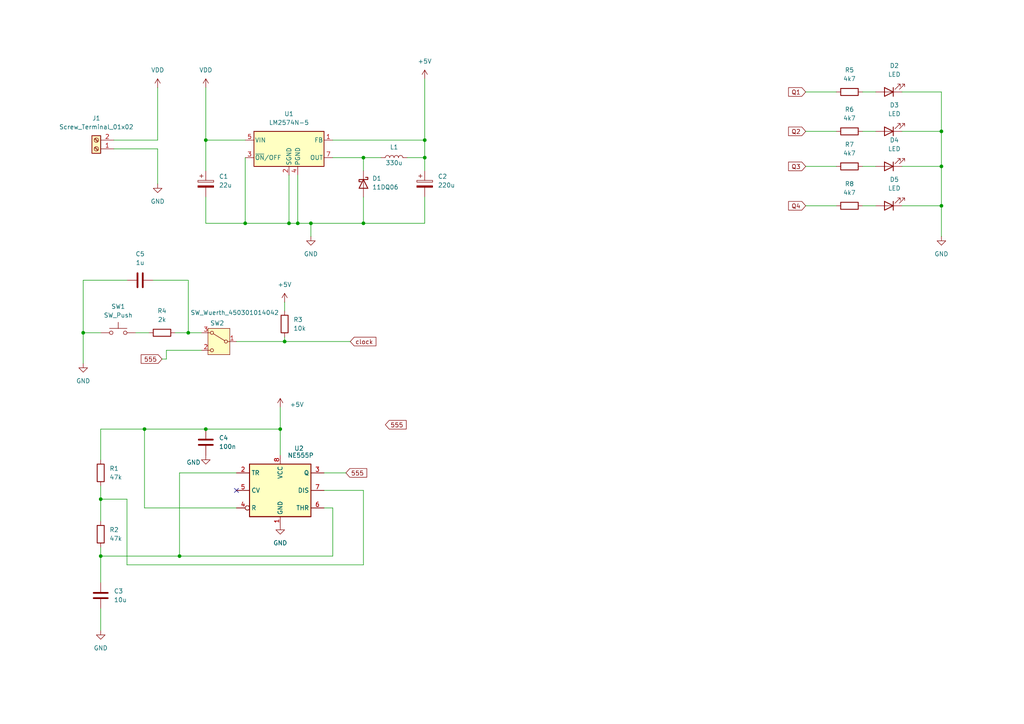
<source format=kicad_sch>
(kicad_sch (version 20250114) (generator "eeschema") (generator_version "9.0")
  (paper "A4")
  (lib_symbols
    (symbol "Connector:Screw_Terminal_01x02" (pin_names (offset 1.016) (hide yes))
      (property "Reference" "J" (at 0 2.54 0))
      (property "Value" "Screw_Terminal_01x02" (at 0 -5.08 0))
      (symbol "Screw_Terminal_01x02_1_1"
        (rectangle (start -1.27 1.27) (end 1.27 -3.81) (stroke (width 0.254)) (fill (type background)))
        (polyline (pts (xy -0.5334 0.3302) (xy 0.3302 -0.508)) (stroke (width 0.1524)))
        (polyline (pts (xy -0.5334 -2.2098) (xy 0.3302 -3.048)) (stroke (width 0.1524)))
        (polyline (pts (xy -0.3556 0.508) (xy 0.508 -0.3302)) (stroke (width 0.1524)))
        (polyline (pts (xy -0.3556 -2.032) (xy 0.508 -2.8702)) (stroke (width 0.1524)))
        (circle (center 0 0) (radius 0.635) (stroke (width 0.1524)))
        (circle (center 0 -2.54) (radius 0.635) (stroke (width 0.1524)))
        (pin passive line (at -5.08 0 0) (length 3.81) (name "Pin_1") (number "1"))
        (pin passive line (at -5.08 -2.54 0) (length 3.81) (name "Pin_2") (number "2"))
      )
    )
    (symbol "Device:C" (pin_numbers (hide yes)) (pin_names (offset 0.254))
      (property "Reference" "C" (at 0.635 2.54 0))
      (property "Value" "C" (at 0.635 -2.54 0))
      (symbol "C_0_1"
        (polyline (pts (xy -2.032 0.762) (xy 2.032 0.762)) (stroke (width 0.508)))
        (polyline (pts (xy -2.032 -0.762) (xy 2.032 -0.762)) (stroke (width 0.508)))
      )
      (symbol "C_1_1"
        (pin passive line (at 0 3.81 270) (length 2.794) (name "~") (number "1"))
        (pin passive line (at 0 -3.81 90) (length 2.794) (name "~") (number "2"))
      )
    )
    (symbol "Device:C_Polarized" (pin_numbers (hide yes)) (pin_names (offset 0.254))
      (property "Reference" "C" (at 0.635 2.54 0))
      (property "Value" "C_Polarized" (at 0.635 -2.54 0))
      (symbol "C_Polarized_0_1"
        (rectangle (start -2.286 0.508) (end 2.286 1.016))
        (polyline (pts (xy -1.778 2.286) (xy -0.762 2.286)))
        (polyline (pts (xy -1.27 2.794) (xy -1.27 1.778)))
        (rectangle (start 2.286 -0.508) (end -2.286 -1.016) (fill (type outline)))
      )
      (symbol "C_Polarized_1_1"
        (pin passive line (at 0 3.81 270) (length 2.794) (name "~") (number "1"))
        (pin passive line (at 0 -3.81 90) (length 2.794) (name "~") (number "2"))
      )
    )
    (symbol "Device:D_Schottky" (pin_numbers (hide yes)) (pin_names (offset 1.016) (hide yes))
      (property "Reference" "D" (at 0 2.54 0))
      (property "Value" "D_Schottky" (at 0 -2.54 0))
      (symbol "D_Schottky_0_1"
        (polyline (pts (xy -1.905 0.635) (xy -1.905 1.27) (xy -1.27 1.27) (xy -1.27 -1.27) (xy -0.635 -1.27) (xy -0.635 -0.635)) (stroke (width 0.254)))
        (polyline (pts (xy 1.27 1.27) (xy 1.27 -1.27) (xy -1.27 0) (xy 1.27 1.27)) (stroke (width 0.254)))
        (polyline (pts (xy 1.27 0) (xy -1.27 0)))
      )
      (symbol "D_Schottky_1_1"
        (pin passive line (at -3.81 0 0) (length 2.54) (name "K") (number "1"))
        (pin passive line (at 3.81 0 180) (length 2.54) (name "A") (number "2"))
      )
    )
    (symbol "Device:L" (pin_numbers (hide yes)) (pin_names (offset 1.016) (hide yes))
      (property "Reference" "L" (at -1.27 0 90))
      (property "Value" "L" (at 1.905 0 90))
      (symbol "L_0_1"
        (arc (start 0 2.54) (mid 0.6323 1.905) (end 0 1.27))
        (arc (start 0 1.27) (mid 0.6323 0.635) (end 0 0))
        (arc (start 0 0) (mid 0.6323 -0.635) (end 0 -1.27))
        (arc (start 0 -1.27) (mid 0.6323 -1.905) (end 0 -2.54))
      )
      (symbol "L_1_1"
        (pin passive line (at 0 3.81 270) (length 1.27) (name "1") (number "1"))
        (pin passive line (at 0 -3.81 90) (length 1.27) (name "2") (number "2"))
      )
    )
    (symbol "Device:LED" (pin_numbers (hide yes)) (pin_names (offset 1.016) (hide yes))
      (property "Reference" "D" (at 0 2.54 0))
      (property "Value" "LED" (at 0 -2.54 0))
      (symbol "LED_0_1"
        (polyline (pts (xy -3.048 -0.762) (xy -4.572 -2.286) (xy -3.81 -2.286) (xy -4.572 -2.286) (xy -4.572 -1.524)))
        (polyline (pts (xy -1.778 -0.762) (xy -3.302 -2.286) (xy -2.54 -2.286) (xy -3.302 -2.286) (xy -3.302 -1.524)))
        (polyline (pts (xy -1.27 0) (xy 1.27 0)))
        (polyline (pts (xy -1.27 -1.27) (xy -1.27 1.27)) (stroke (width 0.254)))
        (polyline (pts (xy 1.27 -1.27) (xy 1.27 1.27) (xy -1.27 0) (xy 1.27 -1.27)) (stroke (width 0.254)))
      )
      (symbol "LED_1_1"
        (pin passive line (at -3.81 0 0) (length 2.54) (name "K") (number "1"))
        (pin passive line (at 3.81 0 180) (length 2.54) (name "A") (number "2"))
      )
    )
    (symbol "Device:R" (pin_numbers (hide yes)) (pin_names (offset 0))
      (property "Reference" "R" (at 2.032 0 90))
      (property "Value" "R" (at 0 0 90))
      (symbol "R_0_1"
        (rectangle (start -1.016 -2.54) (end 1.016 2.54) (stroke (width 0.254)))
      )
      (symbol "R_1_1"
        (pin passive line (at 0 3.81 270) (length 1.27) (name "~") (number "1"))
        (pin passive line (at 0 -3.81 90) (length 1.27) (name "~") (number "2"))
      )
    )
    (symbol "Regulator_Switching:LM2574N-5" (pin_names (offset 0.254))
      (property "Reference" "U" (at -10.16 6.35 0))
      (property "Value" "LM2574N-5" (at 0 6.35 0))
      (symbol "LM2574N-5_0_1"
        (rectangle (start -10.16 5.08) (end 10.16 -5.08) (stroke (width 0.254)) (fill (type background)))
      )
      (symbol "LM2574N-5_1_1"
        (pin power_in line (at -12.7 2.54 0) (length 2.54) (name "VIN") (number "5"))
        (pin input line (at -12.7 -2.54 0) (length 2.54) (name "~{ON}/OFF") (number "3"))
        (pin no_connect line (at -10.16 0 0) (length 2.54) (hide yes) (name "NC") (number "6"))
        (pin power_in line (at 0 -7.62 90) (length 2.54) (name "SGND") (number "2"))
        (pin power_in line (at 2.54 -7.62 90) (length 2.54) (name "PGND") (number "4"))
        (pin no_connect line (at 10.16 0 180) (length 2.54) (hide yes) (name "NC") (number "8"))
        (pin input line (at 12.7 2.54 180) (length 2.54) (name "FB") (number "1"))
        (pin output line (at 12.7 -2.54 180) (length 2.54) (name "OUT") (number "7"))
      )
    )
    (symbol "Switch:SW_Push" (pin_numbers (hide yes)) (pin_names (offset 1.016) (hide yes))
      (property "Reference" "SW" (at 1.27 2.54 0))
      (property "Value" "SW_Push" (at 0 -1.524 0))
      (symbol "SW_Push_0_1"
        (circle (center -2.032 0) (radius 0.508))
        (polyline (pts (xy 0 1.27) (xy 0 3.048)))
        (circle (center 2.032 0) (radius 0.508))
        (polyline (pts (xy 2.54 1.27) (xy -2.54 1.27)))
        (pin passive line (at -5.08 0 0) (length 2.54) (name "1") (number "1"))
        (pin passive line (at 5.08 0 180) (length 2.54) (name "2") (number "2"))
      )
    )
    (symbol "Switch:SW_Wuerth_450301014042" (pin_names (offset 1) (hide yes))
      (property "Reference" "SW" (at 0 5.08 0))
      (property "Value" "SW_Wuerth_450301014042" (at 0 -5.08 0))
      (symbol "SW_Wuerth_450301014042_0_1"
        (circle (center -2.032 0) (radius 0.4572))
        (polyline (pts (xy -1.651 0.254) (xy 1.651 2.286)))
        (circle (center 2.032 2.54) (radius 0.4572))
        (circle (center 2.032 -2.54) (radius 0.4572))
      )
      (symbol "SW_Wuerth_450301014042_1_1"
        (rectangle (start -3.175 3.81) (end 3.175 -3.81) (fill (type background)))
        (pin passive line (at -5.08 0 0) (length 2.54) (name "B") (number "1"))
        (pin passive line (at 5.08 2.54 180) (length 2.54) (name "A") (number "3"))
        (pin passive line (at 5.08 -2.54 180) (length 2.54) (name "C") (number "2"))
      )
    )
    (symbol "Timer:NE555P"
      (property "Reference" "U" (at -10.16 8.89 0))
      (property "Value" "NE555P" (at 2.54 8.89 0))
      (symbol "NE555P_0_0"
        (pin power_in line (at 0 10.16 270) (length 2.54) (name "VCC") (number "8"))
        (pin power_in line (at 0 -10.16 90) (length 2.54) (name "GND") (number "1"))
      )
      (symbol "NE555P_0_1"
        (rectangle (start -8.89 -7.62) (end 8.89 7.62) (stroke (width 0.254)) (fill (type background)))
        (rectangle (start -8.89 -7.62) (end 8.89 7.62) (stroke (width 0.254)) (fill (type background)))
      )
      (symbol "NE555P_1_1"
        (pin input line (at -12.7 5.08 0) (length 3.81) (name "TR") (number "2"))
        (pin input line (at -12.7 0 0) (length 3.81) (name "CV") (number "5"))
        (pin input inverted (at -12.7 -5.08 0) (length 3.81) (name "R") (number "4"))
        (pin output line (at 12.7 5.08 180) (length 3.81) (name "Q") (number "3"))
        (pin input line (at 12.7 0 180) (length 3.81) (name "DIS") (number "7"))
        (pin input line (at 12.7 -5.08 180) (length 3.81) (name "THR") (number "6"))
      )
    )
    (symbol "power:+5V" (power) (pin_numbers (hide yes)) (pin_names (offset 0) (hide yes))
      (property "Value" "+5V" (at 0 3.556 0))
      (symbol "+5V_0_1"
        (polyline (pts (xy -0.762 1.27) (xy 0 2.54)))
        (polyline (pts (xy 0 2.54) (xy 0.762 1.27)))
        (polyline (pts (xy 0 0) (xy 0 2.54)))
      )
      (symbol "+5V_1_1"
        (pin power_in line (at 0 0 90) (length 0) (name "~") (number "1"))
      )
    )
    (symbol "power:GND" (power) (pin_numbers (hide yes)) (pin_names (offset 0) (hide yes))
      (property "Value" "GND" (at 0 -3.81 0))
      (symbol "GND_0_1"
        (polyline (pts (xy 0 0) (xy 0 -1.27) (xy 1.27 -1.27) (xy 0 -2.54) (xy -1.27 -1.27) (xy 0 -1.27)))
      )
      (symbol "GND_1_1"
        (pin power_in line (at 0 0 270) (length 0) (name "~") (number "1"))
      )
    )
    (symbol "power:VDD" (power) (pin_numbers (hide yes)) (pin_names (offset 0) (hide yes))
      (property "Value" "VDD" (at 0 3.556 0))
      (symbol "VDD_0_1"
        (polyline (pts (xy -0.762 1.27) (xy 0 2.54)))
        (polyline (pts (xy 0 2.54) (xy 0.762 1.27)))
        (polyline (pts (xy 0 0) (xy 0 2.54)))
      )
      (symbol "VDD_1_1"
        (pin power_in line (at 0 0 90) (length 0) (name "~") (number "1"))
      )
    )
  )
  (junction (at 105.41 64.77))
  (junction (at 29.21 161.29))
  (junction (at 41.91 124.46))
  (junction (at 86.36 64.77))
  (junction (at 24.13 96.52))
  (junction (at 83.82 64.77))
  (junction (at 59.69 40.64))
  (junction (at 54.61 96.52))
  (junction (at 59.69 124.46))
  (junction (at 52.07 161.29))
  (junction (at 29.21 144.78))
  (junction (at 123.19 40.64))
  (junction (at 273.05 59.69))
  (junction (at 105.41 45.72))
  (junction (at 71.12 64.77))
  (junction (at 123.19 45.72))
  (junction (at 273.05 48.26))
  (junction (at 81.28 124.46))
  (junction (at 273.05 38.1))
  (junction (at 90.17 64.77))
  (junction (at 82.55 99.06))
  (no_connect (at 68.58 142.24))
  (wire (pts (xy 59.69 64.77) (xy 59.69 57.15)))
  (wire (pts (xy 29.21 176.53) (xy 29.21 182.88)))
  (wire (pts (xy 93.98 147.32) (xy 96.52 147.32)))
  (wire (pts (xy 123.19 40.64) (xy 123.19 45.72)))
  (wire (pts (xy 33.02 40.64) (xy 45.72 40.64)))
  (wire (pts (xy 96.52 40.64) (xy 123.19 40.64)))
  (wire (pts (xy 59.69 64.77) (xy 71.12 64.77)))
  (wire (pts (xy 233.68 48.26) (xy 242.57 48.26)))
  (wire (pts (xy 33.02 43.18) (xy 45.72 43.18)))
  (wire (pts (xy 36.83 163.83) (xy 36.83 144.78)))
  (wire (pts (xy 54.61 96.52) (xy 58.42 96.52)))
  (wire (pts (xy 54.61 81.28) (xy 54.61 96.52)))
  (wire (pts (xy 71.12 45.72) (xy 71.12 64.77)))
  (wire (pts (xy 82.55 87.63) (xy 82.55 90.17)))
  (wire (pts (xy 44.45 81.28) (xy 54.61 81.28)))
  (wire (pts (xy 41.91 147.32) (xy 41.91 124.46)))
  (wire (pts (xy 29.21 124.46) (xy 41.91 124.46)))
  (wire (pts (xy 123.19 64.77) (xy 105.41 64.77)))
  (wire (pts (xy 86.36 64.77) (xy 90.17 64.77)))
  (wire (pts (xy 59.69 124.46) (xy 81.28 124.46)))
  (wire (pts (xy 118.11 45.72) (xy 123.19 45.72)))
  (wire (pts (xy 52.07 137.16) (xy 52.07 161.29)))
  (wire (pts (xy 90.17 68.58) (xy 90.17 64.77)))
  (wire (pts (xy 96.52 45.72) (xy 105.41 45.72)))
  (wire (pts (xy 250.19 59.69) (xy 254 59.69)))
  (wire (pts (xy 233.68 59.69) (xy 242.57 59.69)))
  (wire (pts (xy 105.41 142.24) (xy 105.41 163.83)))
  (wire (pts (xy 250.19 26.67) (xy 254 26.67)))
  (wire (pts (xy 24.13 96.52) (xy 29.21 96.52)))
  (wire (pts (xy 273.05 26.67) (xy 273.05 38.1)))
  (wire (pts (xy 123.19 45.72) (xy 123.19 49.53)))
  (wire (pts (xy 39.37 96.52) (xy 43.18 96.52)))
  (wire (pts (xy 29.21 144.78) (xy 29.21 151.13)))
  (wire (pts (xy 93.98 137.16) (xy 100.33 137.16)))
  (wire (pts (xy 29.21 161.29) (xy 29.21 168.91)))
  (wire (pts (xy 46.99 104.14) (xy 48.26 104.14)))
  (wire (pts (xy 82.55 99.06) (xy 101.6 99.06)))
  (wire (pts (xy 81.28 118.11) (xy 81.28 124.46)))
  (wire (pts (xy 59.69 40.64) (xy 71.12 40.64)))
  (wire (pts (xy 261.62 59.69) (xy 273.05 59.69)))
  (wire (pts (xy 82.55 97.79) (xy 82.55 99.06)))
  (wire (pts (xy 83.82 50.8) (xy 83.82 64.77)))
  (wire (pts (xy 105.41 163.83) (xy 36.83 163.83)))
  (wire (pts (xy 41.91 124.46) (xy 59.69 124.46)))
  (wire (pts (xy 123.19 22.86) (xy 123.19 40.64)))
  (wire (pts (xy 36.83 144.78) (xy 29.21 144.78)))
  (wire (pts (xy 250.19 38.1) (xy 254 38.1)))
  (wire (pts (xy 123.19 57.15) (xy 123.19 64.77)))
  (wire (pts (xy 29.21 133.35) (xy 29.21 124.46)))
  (wire (pts (xy 59.69 25.4) (xy 59.69 40.64)))
  (wire (pts (xy 261.62 48.26) (xy 273.05 48.26)))
  (wire (pts (xy 273.05 59.69) (xy 273.05 68.58)))
  (wire (pts (xy 81.28 124.46) (xy 81.28 132.08)))
  (wire (pts (xy 45.72 43.18) (xy 45.72 53.34)))
  (wire (pts (xy 96.52 161.29) (xy 52.07 161.29)))
  (wire (pts (xy 71.12 64.77) (xy 83.82 64.77)))
  (wire (pts (xy 96.52 147.32) (xy 96.52 161.29)))
  (wire (pts (xy 29.21 158.75) (xy 29.21 161.29)))
  (wire (pts (xy 50.8 96.52) (xy 54.61 96.52)))
  (wire (pts (xy 105.41 45.72) (xy 110.49 45.72)))
  (wire (pts (xy 90.17 64.77) (xy 105.41 64.77)))
  (wire (pts (xy 68.58 99.06) (xy 82.55 99.06)))
  (wire (pts (xy 68.58 147.32) (xy 41.91 147.32)))
  (wire (pts (xy 29.21 140.97) (xy 29.21 144.78)))
  (wire (pts (xy 48.26 104.14) (xy 48.26 101.6)))
  (wire (pts (xy 273.05 38.1) (xy 273.05 48.26)))
  (wire (pts (xy 261.62 38.1) (xy 273.05 38.1)))
  (wire (pts (xy 59.69 40.64) (xy 59.69 49.53)))
  (wire (pts (xy 52.07 161.29) (xy 29.21 161.29)))
  (wire (pts (xy 45.72 40.64) (xy 45.72 25.4)))
  (wire (pts (xy 273.05 48.26) (xy 273.05 59.69)))
  (wire (pts (xy 105.41 45.72) (xy 105.41 49.53)))
  (wire (pts (xy 68.58 137.16) (xy 52.07 137.16)))
  (wire (pts (xy 24.13 81.28) (xy 24.13 96.52)))
  (wire (pts (xy 24.13 96.52) (xy 24.13 105.41)))
  (wire (pts (xy 48.26 101.6) (xy 58.42 101.6)))
  (wire (pts (xy 105.41 57.15) (xy 105.41 64.77)))
  (wire (pts (xy 93.98 142.24) (xy 105.41 142.24)))
  (wire (pts (xy 86.36 50.8) (xy 86.36 64.77)))
  (wire (pts (xy 83.82 64.77) (xy 86.36 64.77)))
  (wire (pts (xy 261.62 26.67) (xy 273.05 26.67)))
  (wire (pts (xy 250.19 48.26) (xy 254 48.26)))
  (wire (pts (xy 233.68 38.1) (xy 242.57 38.1)))
  (wire (pts (xy 36.83 81.28) (xy 24.13 81.28)))
  (wire (pts (xy 233.68 26.67) (xy 242.57 26.67)))
  (global_label "555" (shape input) (at 46.99 104.14 180) (property "Intersheetrefs" "${INTERSHEET_REFS}" (effects (hide yes))))
  (global_label "Q4" (shape input) (at 233.68 59.69 180) (property "Intersheetrefs" "${INTERSHEET_REFS}" (effects (hide yes))))
  (global_label "Q1" (shape input) (at 233.68 26.67 180) (property "Intersheetrefs" "${INTERSHEET_REFS}" (effects (hide yes))))
  (global_label "Q3" (shape input) (at 233.68 48.26 180) (property "Intersheetrefs" "${INTERSHEET_REFS}" (effects (hide yes))))
  (global_label "Q2" (shape input) (at 233.68 38.1 180) (property "Intersheetrefs" "${INTERSHEET_REFS}" (effects (hide yes))))
  (global_label "555" (shape input) (at 111.76 123.19 0) (property "Intersheetrefs" "${INTERSHEET_REFS}" (effects (hide yes))))
  (global_label "555" (shape input) (at 100.33 137.16 0) (property "Intersheetrefs" "${INTERSHEET_REFS}" (effects (hide yes))))
  (global_label "clock" (shape input) (at 101.6 99.06 0) (property "Intersheetrefs" "${INTERSHEET_REFS}" (effects (hide yes))))
  (symbol (lib_id "power:GND") (at 59.69 132.08 0) (unit 1)
    (property "Reference" "#PWR08" (effects (hide yes)))
    (property "Value" "GND" (at 56.134 134.112 0))
    (property "Description" "Power symbol creates a global label with name \"GND\" , ground" (effects (hide yes)))
  )
  (symbol (lib_id "Timer:NE555P") (at 81.28 142.24 0) (unit 1)
    (property "Reference" "U2" (at 85.344 130.048 0) (effects (justify left)))
    (property "Value" "NE555P" (at 83.4233 132.08 0) (effects (justify left)))
    (property "Footprint" "Package_DIP:DIP-8_W7.62mm" (effects (hide yes)))
    (property "Datasheet" "http://www.ti.com/lit/ds/symlink/ne555.pdf" (effects (hide yes)))
    (property "Description" "Precision Timers, 555 compatible,  PDIP-8" (effects (hide yes)))
  )
  (symbol (lib_id "Regulator_Switching:LM2574N-5") (at 83.82 43.18 0) (unit 1)
    (property "Reference" "U1" (at 83.82 33.02 0))
    (property "Value" "LM2574N-5" (at 83.82 35.56 0))
    (property "Footprint" "Package_DIP:DIP-8_W7.62mm" (effects (hide yes)))
    (property "Datasheet" "http://www.national.com/ds/LM/LM2574.pdf" (effects (hide yes)))
    (property "Description" "5V, 0.5A SIMPLE SWITCHER® Step-Down Voltage Regulator, DIP-8" (effects (hide yes)))
  )
  (symbol (lib_id "power:VDD") (at 45.72 25.4 0) (unit 1)
    (property "Reference" "#PWR01" (effects (hide yes)))
    (property "Value" "VDD" (at 45.72 20.32 0))
    (property "Description" "Power symbol creates a global label with name \"VDD\"" (effects (hide yes)))
  )
  (symbol (lib_id "Device:R") (at 82.55 93.98 0) (unit 1)
    (property "Reference" "R3" (at 85.09 92.7099 0) (effects (justify left)))
    (property "Value" "10k" (at 85.09 95.2499 0) (effects (justify left)))
    (property "Description" "Resistor" (effects (hide yes)))
  )
  (symbol (lib_id "Device:R") (at 246.38 59.69 90) (unit 1)
    (property "Reference" "R8" (at 246.38 53.34 90))
    (property "Value" "4k7" (at 246.38 55.88 90))
    (property "Description" "Resistor" (effects (hide yes)))
  )
  (symbol (lib_id "Device:R") (at 29.21 137.16 0) (unit 1)
    (property "Reference" "R1" (at 31.75 135.8899 0) (effects (justify left)))
    (property "Value" "47k" (at 31.75 138.4299 0) (effects (justify left)))
    (property "Description" "Resistor" (effects (hide yes)))
  )
  (symbol (lib_id "power:GND") (at 29.21 182.88 0) (unit 1)
    (property "Reference" "#PWR06" (effects (hide yes)))
    (property "Value" "GND" (at 29.21 187.96 0))
    (property "Description" "Power symbol creates a global label with name \"GND\" , ground" (effects (hide yes)))
  )
  (symbol (lib_id "Device:C_Polarized") (at 123.19 53.34 0) (unit 1)
    (property "Reference" "C2" (at 127 51.1809 0) (effects (justify left)))
    (property "Value" "220u" (at 127 53.7209 0) (effects (justify left)))
    (property "Description" "Polarized capacitor" (effects (hide yes)))
  )
  (symbol (lib_id "Device:C") (at 59.69 128.27 0) (unit 1)
    (property "Reference" "C4" (at 63.5 126.9999 0) (effects (justify left)))
    (property "Value" "100n" (at 63.5 129.5399 0) (effects (justify left)))
    (property "Description" "Unpolarized capacitor" (effects (hide yes)))
  )
  (symbol (lib_id "power:GND") (at 273.05 68.58 0) (unit 1)
    (property "Reference" "#PWR011" (effects (hide yes)))
    (property "Value" "GND" (at 273.05 73.66 0))
    (property "Description" "Power symbol creates a global label with name \"GND\" , ground" (effects (hide yes)))
  )
  (symbol (lib_id "Device:D_Schottky") (at 105.41 53.34 270) (unit 1)
    (property "Reference" "D1" (at 107.95 51.7524 90) (effects (justify left)))
    (property "Value" "11DQ06" (at 107.95 54.2924 90) (effects (justify left)))
    (property "Description" "Schottky diode" (effects (hide yes)))
  )
  (symbol (lib_id "power:GND") (at 90.17 68.58 0) (unit 1)
    (property "Reference" "#PWR04" (effects (hide yes)))
    (property "Value" "GND" (at 90.17 73.66 0))
    (property "Description" "Power symbol creates a global label with name \"GND\" , ground" (effects (hide yes)))
  )
  (symbol (lib_id "Device:R") (at 246.38 48.26 90) (unit 1)
    (property "Reference" "R7" (at 246.38 41.91 90))
    (property "Value" "4k7" (at 246.38 44.45 90))
    (property "Description" "Resistor" (effects (hide yes)))
  )
  (symbol (lib_id "Device:C") (at 29.21 172.72 0) (unit 1)
    (property "Reference" "C3" (at 33.02 171.4499 0) (effects (justify left)))
    (property "Value" "10u" (at 33.02 173.9899 0) (effects (justify left)))
    (property "Description" "Unpolarized capacitor" (effects (hide yes)))
  )
  (symbol (lib_id "Switch:SW_Push") (at 34.29 96.52 0) (unit 1)
    (property "Reference" "SW1" (at 34.29 88.9 0))
    (property "Value" "SW_Push" (at 34.29 91.44 0))
    (property "Description" "Push button switch, generic, two pins" (effects (hide yes)))
  )
  (symbol (lib_id "power:GND") (at 81.28 152.4 0) (unit 1)
    (property "Reference" "#PWR09" (effects (hide yes)))
    (property "Value" "GND" (at 81.28 157.48 0))
    (property "Description" "Power symbol creates a global label with name \"GND\" , ground" (effects (hide yes)))
  )
  (symbol (lib_id "Switch:SW_Wuerth_450301014042") (at 63.5 99.06 0) (mirror y) (unit 1)
    (property "Reference" "SW2" (at 62.992 93.726 0))
    (property "Value" "SW_Wuerth_450301014042" (at 68.072 90.678 0))
    (property "Footprint" "Button_Switch_SMD:Nidec_Copal_CAS-120A" (effects (hide yes)))
    (property "Datasheet" "https://www.we-online.com/components/products/datasheet/450301014042.pdf" (effects (hide yes)))
    (property "Description" "Switch slide, single pole double throw" (effects (hide yes)))
  )
  (symbol (lib_id "Device:R") (at 246.38 26.67 90) (unit 1)
    (property "Reference" "R5" (at 246.38 20.32 90))
    (property "Value" "4k7" (at 246.38 22.86 90))
    (property "Description" "Resistor" (effects (hide yes)))
  )
  (symbol (lib_id "Device:LED") (at 257.81 38.1 180) (unit 1)
    (property "Reference" "D3" (at 259.3975 30.48 0))
    (property "Value" "LED" (at 259.3975 33.02 0))
    (property "Description" "Light emitting diode" (effects (hide yes)))
    (property "Sim.Pins" "1=K 2=A" (effects (hide yes)))
  )
  (symbol (lib_id "power:GND") (at 45.72 53.34 0) (unit 1)
    (property "Reference" "#PWR02" (effects (hide yes)))
    (property "Value" "GND" (at 45.72 58.42 0))
    (property "Description" "Power symbol creates a global label with name \"GND\" , ground" (effects (hide yes)))
  )
  (symbol (lib_id "power:GND") (at 24.13 105.41 0) (unit 1)
    (property "Reference" "#PWR010" (effects (hide yes)))
    (property "Value" "GND" (at 24.13 110.49 0))
    (property "Description" "Power symbol creates a global label with name \"GND\" , ground" (effects (hide yes)))
  )
  (symbol (lib_id "Device:LED") (at 257.81 59.69 180) (unit 1)
    (property "Reference" "D5" (at 259.3975 52.07 0))
    (property "Value" "LED" (at 259.3975 54.61 0))
    (property "Description" "Light emitting diode" (effects (hide yes)))
    (property "Sim.Pins" "1=K 2=A" (effects (hide yes)))
  )
  (symbol (lib_id "Connector:Screw_Terminal_01x02") (at 27.94 43.18 180) (unit 1)
    (property "Reference" "J1" (at 27.94 34.29 0))
    (property "Value" "Screw_Terminal_01x02" (at 27.94 36.83 0))
    (property "Description" "Generic screw terminal, single row, 01x02, script generated (kicad-library-utils/schlib/autogen/connector/)" (effects (hide yes)))
  )
  (symbol (lib_id "Device:C") (at 40.64 81.28 270) (unit 1)
    (property "Reference" "C5" (at 40.64 73.66 90))
    (property "Value" "1u" (at 40.64 76.2 90))
    (property "Description" "Unpolarized capacitor" (effects (hide yes)))
  )
  (symbol (lib_id "Device:C_Polarized") (at 59.69 53.34 0) (unit 1)
    (property "Reference" "C1" (at 63.5 51.1809 0) (effects (justify left)))
    (property "Value" "22u" (at 63.5 53.7209 0) (effects (justify left)))
    (property "Description" "Polarized capacitor" (effects (hide yes)))
  )
  (symbol (lib_id "Device:R") (at 46.99 96.52 90) (unit 1)
    (property "Reference" "R4" (at 46.99 90.17 90))
    (property "Value" "2k" (at 46.99 92.71 90))
    (property "Description" "Resistor" (effects (hide yes)))
  )
  (symbol (lib_id "power:+5V") (at 82.55 87.63 0) (unit 1)
    (property "Reference" "#PWR012" (effects (hide yes)))
    (property "Value" "+5V" (at 82.55 82.55 0))
    (property "Description" "Power symbol creates a global label with name \"+5V\"" (effects (hide yes)))
  )
  (symbol (lib_id "power:VDD") (at 59.69 25.4 0) (unit 1)
    (property "Reference" "#PWR03" (effects (hide yes)))
    (property "Value" "VDD" (at 59.69 20.32 0))
    (property "Description" "Power symbol creates a global label with name \"VDD\"" (effects (hide yes)))
  )
  (symbol (lib_id "Device:LED") (at 257.81 48.26 180) (unit 1)
    (property "Reference" "D4" (at 259.3975 40.64 0))
    (property "Value" "LED" (at 259.3975 43.18 0))
    (property "Description" "Light emitting diode" (effects (hide yes)))
    (property "Sim.Pins" "1=K 2=A" (effects (hide yes)))
  )
  (symbol (lib_id "Device:LED") (at 257.81 26.67 180) (unit 1)
    (property "Reference" "D2" (at 259.3975 19.05 0))
    (property "Value" "LED" (at 259.3975 21.59 0))
    (property "Description" "Light emitting diode" (effects (hide yes)))
    (property "Sim.Pins" "1=K 2=A" (effects (hide yes)))
  )
  (symbol (lib_id "power:+5V") (at 81.28 118.11 0) (unit 1)
    (property "Reference" "#PWR07" (effects (hide yes)))
    (property "Value" "+5V" (at 86.106 117.348 0))
    (property "Description" "Power symbol creates a global label with name \"+5V\"" (effects (hide yes)))
  )
  (symbol (lib_id "Device:L") (at 114.3 45.72 90) (unit 1)
    (property "Reference" "L1" (at 114.3 42.672 90))
    (property "Value" "330u" (at 114.3 47.244 90))
    (property "Description" "Inductor" (effects (hide yes)))
  )
  (symbol (lib_id "power:VDD") (at 123.19 22.86 0) (unit 1)
    (property "Reference" "#PWR05" (effects (hide yes)))
    (property "Value" "+5V" (at 123.19 17.78 0))
    (property "Description" "Power symbol creates a global label with name \"VDD\"" (effects (hide yes)))
  )
  (symbol (lib_id "Device:R") (at 246.38 38.1 90) (unit 1)
    (property "Reference" "R6" (at 246.38 31.75 90))
    (property "Value" "4k7" (at 246.38 34.29 90))
    (property "Description" "Resistor" (effects (hide yes)))
  )
  (symbol (lib_id "Device:R") (at 29.21 154.94 0) (unit 1)
    (property "Reference" "R2" (at 31.75 153.6699 0) (effects (justify left)))
    (property "Value" "47k" (at 31.75 156.2099 0) (effects (justify left)))
    (property "Description" "Resistor" (effects (hide yes)))
  )
)
</source>
